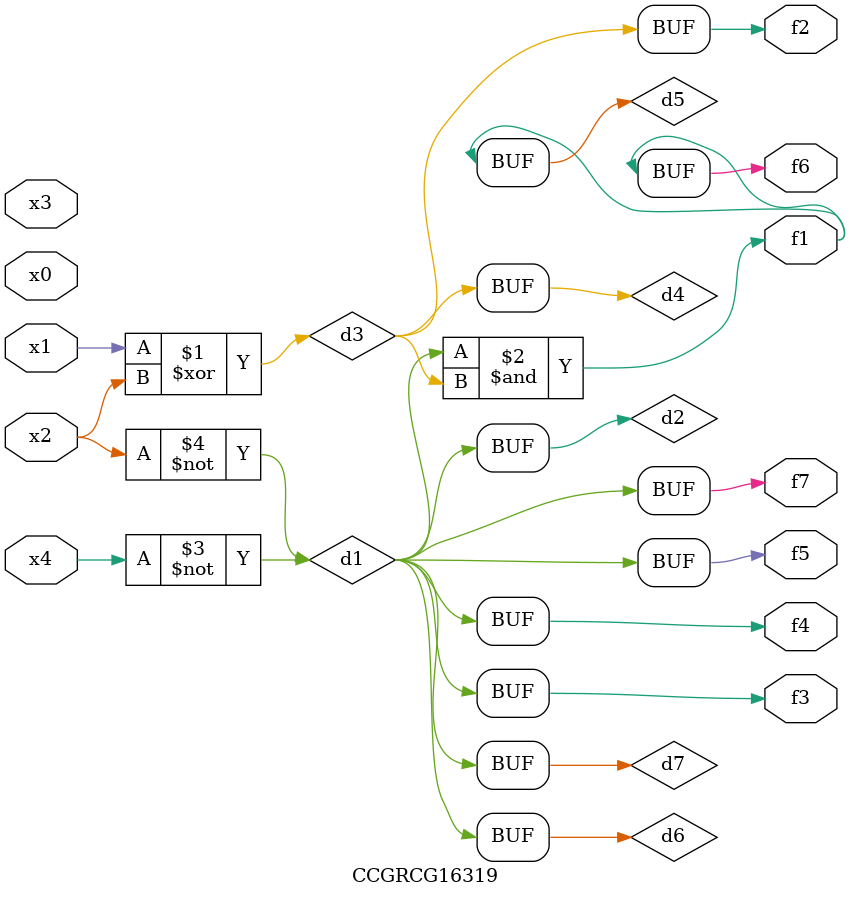
<source format=v>
module CCGRCG16319(
	input x0, x1, x2, x3, x4,
	output f1, f2, f3, f4, f5, f6, f7
);

	wire d1, d2, d3, d4, d5, d6, d7;

	not (d1, x4);
	not (d2, x2);
	xor (d3, x1, x2);
	buf (d4, d3);
	and (d5, d1, d3);
	buf (d6, d1, d2);
	buf (d7, d2);
	assign f1 = d5;
	assign f2 = d4;
	assign f3 = d7;
	assign f4 = d7;
	assign f5 = d7;
	assign f6 = d5;
	assign f7 = d7;
endmodule

</source>
